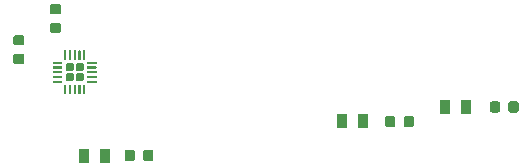
<source format=gbp>
G04 #@! TF.GenerationSoftware,KiCad,Pcbnew,(5.1.0)-1*
G04 #@! TF.CreationDate,2019-07-24T00:39:13-06:00*
G04 #@! TF.ProjectId,twinkletwinkie,7477696e-6b6c-4657-9477-696e6b69652e,rev?*
G04 #@! TF.SameCoordinates,PX89e92d0PY44794c0*
G04 #@! TF.FileFunction,Paste,Bot*
G04 #@! TF.FilePolarity,Positive*
%FSLAX46Y46*%
G04 Gerber Fmt 4.6, Leading zero omitted, Abs format (unit mm)*
G04 Created by KiCad (PCBNEW (5.1.0)-1) date 2019-07-24 00:39:13*
%MOMM*%
%LPD*%
G04 APERTURE LIST*
%ADD10C,0.100000*%
%ADD11C,0.875000*%
%ADD12R,0.889000X1.270000*%
%ADD13C,0.143431*%
%ADD14C,0.200000*%
%ADD15C,0.690000*%
G04 APERTURE END LIST*
D10*
G36*
X-12802309Y2348947D02*
G01*
X-12781074Y2345797D01*
X-12760250Y2340581D01*
X-12740038Y2333349D01*
X-12720632Y2324170D01*
X-12702219Y2313134D01*
X-12684976Y2300346D01*
X-12669070Y2285930D01*
X-12654654Y2270024D01*
X-12641866Y2252781D01*
X-12630830Y2234368D01*
X-12621651Y2214962D01*
X-12614419Y2194750D01*
X-12609203Y2173926D01*
X-12606053Y2152691D01*
X-12605000Y2131250D01*
X-12605000Y1693750D01*
X-12606053Y1672309D01*
X-12609203Y1651074D01*
X-12614419Y1630250D01*
X-12621651Y1610038D01*
X-12630830Y1590632D01*
X-12641866Y1572219D01*
X-12654654Y1554976D01*
X-12669070Y1539070D01*
X-12684976Y1524654D01*
X-12702219Y1511866D01*
X-12720632Y1500830D01*
X-12740038Y1491651D01*
X-12760250Y1484419D01*
X-12781074Y1479203D01*
X-12802309Y1476053D01*
X-12823750Y1475000D01*
X-13336250Y1475000D01*
X-13357691Y1476053D01*
X-13378926Y1479203D01*
X-13399750Y1484419D01*
X-13419962Y1491651D01*
X-13439368Y1500830D01*
X-13457781Y1511866D01*
X-13475024Y1524654D01*
X-13490930Y1539070D01*
X-13505346Y1554976D01*
X-13518134Y1572219D01*
X-13529170Y1590632D01*
X-13538349Y1610038D01*
X-13545581Y1630250D01*
X-13550797Y1651074D01*
X-13553947Y1672309D01*
X-13555000Y1693750D01*
X-13555000Y2131250D01*
X-13553947Y2152691D01*
X-13550797Y2173926D01*
X-13545581Y2194750D01*
X-13538349Y2214962D01*
X-13529170Y2234368D01*
X-13518134Y2252781D01*
X-13505346Y2270024D01*
X-13490930Y2285930D01*
X-13475024Y2300346D01*
X-13457781Y2313134D01*
X-13439368Y2324170D01*
X-13419962Y2333349D01*
X-13399750Y2340581D01*
X-13378926Y2345797D01*
X-13357691Y2348947D01*
X-13336250Y2350000D01*
X-12823750Y2350000D01*
X-12802309Y2348947D01*
X-12802309Y2348947D01*
G37*
D11*
X-13080000Y1912500D03*
D10*
G36*
X-12802309Y3923947D02*
G01*
X-12781074Y3920797D01*
X-12760250Y3915581D01*
X-12740038Y3908349D01*
X-12720632Y3899170D01*
X-12702219Y3888134D01*
X-12684976Y3875346D01*
X-12669070Y3860930D01*
X-12654654Y3845024D01*
X-12641866Y3827781D01*
X-12630830Y3809368D01*
X-12621651Y3789962D01*
X-12614419Y3769750D01*
X-12609203Y3748926D01*
X-12606053Y3727691D01*
X-12605000Y3706250D01*
X-12605000Y3268750D01*
X-12606053Y3247309D01*
X-12609203Y3226074D01*
X-12614419Y3205250D01*
X-12621651Y3185038D01*
X-12630830Y3165632D01*
X-12641866Y3147219D01*
X-12654654Y3129976D01*
X-12669070Y3114070D01*
X-12684976Y3099654D01*
X-12702219Y3086866D01*
X-12720632Y3075830D01*
X-12740038Y3066651D01*
X-12760250Y3059419D01*
X-12781074Y3054203D01*
X-12802309Y3051053D01*
X-12823750Y3050000D01*
X-13336250Y3050000D01*
X-13357691Y3051053D01*
X-13378926Y3054203D01*
X-13399750Y3059419D01*
X-13419962Y3066651D01*
X-13439368Y3075830D01*
X-13457781Y3086866D01*
X-13475024Y3099654D01*
X-13490930Y3114070D01*
X-13505346Y3129976D01*
X-13518134Y3147219D01*
X-13529170Y3165632D01*
X-13538349Y3185038D01*
X-13545581Y3205250D01*
X-13550797Y3226074D01*
X-13553947Y3247309D01*
X-13555000Y3268750D01*
X-13555000Y3706250D01*
X-13553947Y3727691D01*
X-13550797Y3748926D01*
X-13545581Y3769750D01*
X-13538349Y3789962D01*
X-13529170Y3809368D01*
X-13518134Y3827781D01*
X-13505346Y3845024D01*
X-13490930Y3860930D01*
X-13475024Y3875346D01*
X-13457781Y3888134D01*
X-13439368Y3899170D01*
X-13419962Y3908349D01*
X-13399750Y3915581D01*
X-13378926Y3920797D01*
X-13357691Y3923947D01*
X-13336250Y3925000D01*
X-12823750Y3925000D01*
X-12802309Y3923947D01*
X-12802309Y3923947D01*
G37*
D11*
X-13080000Y3487500D03*
D10*
G36*
X-6547309Y-8416053D02*
G01*
X-6526074Y-8419203D01*
X-6505250Y-8424419D01*
X-6485038Y-8431651D01*
X-6465632Y-8440830D01*
X-6447219Y-8451866D01*
X-6429976Y-8464654D01*
X-6414070Y-8479070D01*
X-6399654Y-8494976D01*
X-6386866Y-8512219D01*
X-6375830Y-8530632D01*
X-6366651Y-8550038D01*
X-6359419Y-8570250D01*
X-6354203Y-8591074D01*
X-6351053Y-8612309D01*
X-6350000Y-8633750D01*
X-6350000Y-9146250D01*
X-6351053Y-9167691D01*
X-6354203Y-9188926D01*
X-6359419Y-9209750D01*
X-6366651Y-9229962D01*
X-6375830Y-9249368D01*
X-6386866Y-9267781D01*
X-6399654Y-9285024D01*
X-6414070Y-9300930D01*
X-6429976Y-9315346D01*
X-6447219Y-9328134D01*
X-6465632Y-9339170D01*
X-6485038Y-9348349D01*
X-6505250Y-9355581D01*
X-6526074Y-9360797D01*
X-6547309Y-9363947D01*
X-6568750Y-9365000D01*
X-7006250Y-9365000D01*
X-7027691Y-9363947D01*
X-7048926Y-9360797D01*
X-7069750Y-9355581D01*
X-7089962Y-9348349D01*
X-7109368Y-9339170D01*
X-7127781Y-9328134D01*
X-7145024Y-9315346D01*
X-7160930Y-9300930D01*
X-7175346Y-9285024D01*
X-7188134Y-9267781D01*
X-7199170Y-9249368D01*
X-7208349Y-9229962D01*
X-7215581Y-9209750D01*
X-7220797Y-9188926D01*
X-7223947Y-9167691D01*
X-7225000Y-9146250D01*
X-7225000Y-8633750D01*
X-7223947Y-8612309D01*
X-7220797Y-8591074D01*
X-7215581Y-8570250D01*
X-7208349Y-8550038D01*
X-7199170Y-8530632D01*
X-7188134Y-8512219D01*
X-7175346Y-8494976D01*
X-7160930Y-8479070D01*
X-7145024Y-8464654D01*
X-7127781Y-8451866D01*
X-7109368Y-8440830D01*
X-7089962Y-8431651D01*
X-7069750Y-8424419D01*
X-7048926Y-8419203D01*
X-7027691Y-8416053D01*
X-7006250Y-8415000D01*
X-6568750Y-8415000D01*
X-6547309Y-8416053D01*
X-6547309Y-8416053D01*
G37*
D11*
X-6787500Y-8890000D03*
D10*
G36*
X-4972309Y-8416053D02*
G01*
X-4951074Y-8419203D01*
X-4930250Y-8424419D01*
X-4910038Y-8431651D01*
X-4890632Y-8440830D01*
X-4872219Y-8451866D01*
X-4854976Y-8464654D01*
X-4839070Y-8479070D01*
X-4824654Y-8494976D01*
X-4811866Y-8512219D01*
X-4800830Y-8530632D01*
X-4791651Y-8550038D01*
X-4784419Y-8570250D01*
X-4779203Y-8591074D01*
X-4776053Y-8612309D01*
X-4775000Y-8633750D01*
X-4775000Y-9146250D01*
X-4776053Y-9167691D01*
X-4779203Y-9188926D01*
X-4784419Y-9209750D01*
X-4791651Y-9229962D01*
X-4800830Y-9249368D01*
X-4811866Y-9267781D01*
X-4824654Y-9285024D01*
X-4839070Y-9300930D01*
X-4854976Y-9315346D01*
X-4872219Y-9328134D01*
X-4890632Y-9339170D01*
X-4910038Y-9348349D01*
X-4930250Y-9355581D01*
X-4951074Y-9360797D01*
X-4972309Y-9363947D01*
X-4993750Y-9365000D01*
X-5431250Y-9365000D01*
X-5452691Y-9363947D01*
X-5473926Y-9360797D01*
X-5494750Y-9355581D01*
X-5514962Y-9348349D01*
X-5534368Y-9339170D01*
X-5552781Y-9328134D01*
X-5570024Y-9315346D01*
X-5585930Y-9300930D01*
X-5600346Y-9285024D01*
X-5613134Y-9267781D01*
X-5624170Y-9249368D01*
X-5633349Y-9229962D01*
X-5640581Y-9209750D01*
X-5645797Y-9188926D01*
X-5648947Y-9167691D01*
X-5650000Y-9146250D01*
X-5650000Y-8633750D01*
X-5648947Y-8612309D01*
X-5645797Y-8591074D01*
X-5640581Y-8570250D01*
X-5633349Y-8550038D01*
X-5624170Y-8530632D01*
X-5613134Y-8512219D01*
X-5600346Y-8494976D01*
X-5585930Y-8479070D01*
X-5570024Y-8464654D01*
X-5552781Y-8451866D01*
X-5534368Y-8440830D01*
X-5514962Y-8431651D01*
X-5494750Y-8424419D01*
X-5473926Y-8419203D01*
X-5452691Y-8416053D01*
X-5431250Y-8415000D01*
X-4993750Y-8415000D01*
X-4972309Y-8416053D01*
X-4972309Y-8416053D01*
G37*
D11*
X-5212500Y-8890000D03*
D12*
X11151000Y-6010000D03*
X12929000Y-6010000D03*
X-10659000Y-8890000D03*
X-8881000Y-8890000D03*
X19911000Y-4780000D03*
X21689000Y-4780000D03*
D13*
X-12240000Y-3290000D03*
D10*
G36*
X-12180245Y-2890961D02*
G01*
X-12170866Y-2893806D01*
X-12162221Y-2898427D01*
X-12154645Y-2904645D01*
X-12148427Y-2912221D01*
X-12143806Y-2920866D01*
X-12140961Y-2930245D01*
X-12140000Y-2940000D01*
X-12140000Y-3640000D01*
X-12140961Y-3649755D01*
X-12143806Y-3659134D01*
X-12148427Y-3667779D01*
X-12154645Y-3675355D01*
X-12162221Y-3681573D01*
X-12170866Y-3686194D01*
X-12180245Y-3689039D01*
X-12190000Y-3690000D01*
X-12290000Y-3690000D01*
X-12299755Y-3689039D01*
X-12309134Y-3686194D01*
X-12317779Y-3681573D01*
X-12325355Y-3675355D01*
X-12331573Y-3667779D01*
X-12336194Y-3659134D01*
X-12339039Y-3649755D01*
X-12340000Y-3640000D01*
X-12340000Y-2990711D01*
X-12339039Y-2980956D01*
X-12336194Y-2971577D01*
X-12331573Y-2962932D01*
X-12325355Y-2955356D01*
X-12274644Y-2904645D01*
X-12267068Y-2898427D01*
X-12258423Y-2893806D01*
X-12249044Y-2890961D01*
X-12239289Y-2890000D01*
X-12190000Y-2890000D01*
X-12180245Y-2890961D01*
X-12180245Y-2890961D01*
G37*
G36*
X-11785099Y-2890241D02*
G01*
X-11780245Y-2890961D01*
X-11775486Y-2892153D01*
X-11770866Y-2893806D01*
X-11766430Y-2895904D01*
X-11762221Y-2898427D01*
X-11758280Y-2901349D01*
X-11754645Y-2904645D01*
X-11751349Y-2908280D01*
X-11748427Y-2912221D01*
X-11745904Y-2916430D01*
X-11743806Y-2920866D01*
X-11742153Y-2925486D01*
X-11740961Y-2930245D01*
X-11740241Y-2935099D01*
X-11740000Y-2940000D01*
X-11740000Y-3640000D01*
X-11740241Y-3644901D01*
X-11740961Y-3649755D01*
X-11742153Y-3654514D01*
X-11743806Y-3659134D01*
X-11745904Y-3663570D01*
X-11748427Y-3667779D01*
X-11751349Y-3671720D01*
X-11754645Y-3675355D01*
X-11758280Y-3678651D01*
X-11762221Y-3681573D01*
X-11766430Y-3684096D01*
X-11770866Y-3686194D01*
X-11775486Y-3687847D01*
X-11780245Y-3689039D01*
X-11785099Y-3689759D01*
X-11790000Y-3690000D01*
X-11890000Y-3690000D01*
X-11894901Y-3689759D01*
X-11899755Y-3689039D01*
X-11904514Y-3687847D01*
X-11909134Y-3686194D01*
X-11913570Y-3684096D01*
X-11917779Y-3681573D01*
X-11921720Y-3678651D01*
X-11925355Y-3675355D01*
X-11928651Y-3671720D01*
X-11931573Y-3667779D01*
X-11934096Y-3663570D01*
X-11936194Y-3659134D01*
X-11937847Y-3654514D01*
X-11939039Y-3649755D01*
X-11939759Y-3644901D01*
X-11940000Y-3640000D01*
X-11940000Y-2940000D01*
X-11939759Y-2935099D01*
X-11939039Y-2930245D01*
X-11937847Y-2925486D01*
X-11936194Y-2920866D01*
X-11934096Y-2916430D01*
X-11931573Y-2912221D01*
X-11928651Y-2908280D01*
X-11925355Y-2904645D01*
X-11921720Y-2901349D01*
X-11917779Y-2898427D01*
X-11913570Y-2895904D01*
X-11909134Y-2893806D01*
X-11904514Y-2892153D01*
X-11899755Y-2890961D01*
X-11894901Y-2890241D01*
X-11890000Y-2890000D01*
X-11790000Y-2890000D01*
X-11785099Y-2890241D01*
X-11785099Y-2890241D01*
G37*
D14*
X-11840000Y-3290000D03*
D10*
G36*
X-11385099Y-2890241D02*
G01*
X-11380245Y-2890961D01*
X-11375486Y-2892153D01*
X-11370866Y-2893806D01*
X-11366430Y-2895904D01*
X-11362221Y-2898427D01*
X-11358280Y-2901349D01*
X-11354645Y-2904645D01*
X-11351349Y-2908280D01*
X-11348427Y-2912221D01*
X-11345904Y-2916430D01*
X-11343806Y-2920866D01*
X-11342153Y-2925486D01*
X-11340961Y-2930245D01*
X-11340241Y-2935099D01*
X-11340000Y-2940000D01*
X-11340000Y-3640000D01*
X-11340241Y-3644901D01*
X-11340961Y-3649755D01*
X-11342153Y-3654514D01*
X-11343806Y-3659134D01*
X-11345904Y-3663570D01*
X-11348427Y-3667779D01*
X-11351349Y-3671720D01*
X-11354645Y-3675355D01*
X-11358280Y-3678651D01*
X-11362221Y-3681573D01*
X-11366430Y-3684096D01*
X-11370866Y-3686194D01*
X-11375486Y-3687847D01*
X-11380245Y-3689039D01*
X-11385099Y-3689759D01*
X-11390000Y-3690000D01*
X-11490000Y-3690000D01*
X-11494901Y-3689759D01*
X-11499755Y-3689039D01*
X-11504514Y-3687847D01*
X-11509134Y-3686194D01*
X-11513570Y-3684096D01*
X-11517779Y-3681573D01*
X-11521720Y-3678651D01*
X-11525355Y-3675355D01*
X-11528651Y-3671720D01*
X-11531573Y-3667779D01*
X-11534096Y-3663570D01*
X-11536194Y-3659134D01*
X-11537847Y-3654514D01*
X-11539039Y-3649755D01*
X-11539759Y-3644901D01*
X-11540000Y-3640000D01*
X-11540000Y-2940000D01*
X-11539759Y-2935099D01*
X-11539039Y-2930245D01*
X-11537847Y-2925486D01*
X-11536194Y-2920866D01*
X-11534096Y-2916430D01*
X-11531573Y-2912221D01*
X-11528651Y-2908280D01*
X-11525355Y-2904645D01*
X-11521720Y-2901349D01*
X-11517779Y-2898427D01*
X-11513570Y-2895904D01*
X-11509134Y-2893806D01*
X-11504514Y-2892153D01*
X-11499755Y-2890961D01*
X-11494901Y-2890241D01*
X-11490000Y-2890000D01*
X-11390000Y-2890000D01*
X-11385099Y-2890241D01*
X-11385099Y-2890241D01*
G37*
D14*
X-11440000Y-3290000D03*
D10*
G36*
X-10985099Y-2890241D02*
G01*
X-10980245Y-2890961D01*
X-10975486Y-2892153D01*
X-10970866Y-2893806D01*
X-10966430Y-2895904D01*
X-10962221Y-2898427D01*
X-10958280Y-2901349D01*
X-10954645Y-2904645D01*
X-10951349Y-2908280D01*
X-10948427Y-2912221D01*
X-10945904Y-2916430D01*
X-10943806Y-2920866D01*
X-10942153Y-2925486D01*
X-10940961Y-2930245D01*
X-10940241Y-2935099D01*
X-10940000Y-2940000D01*
X-10940000Y-3640000D01*
X-10940241Y-3644901D01*
X-10940961Y-3649755D01*
X-10942153Y-3654514D01*
X-10943806Y-3659134D01*
X-10945904Y-3663570D01*
X-10948427Y-3667779D01*
X-10951349Y-3671720D01*
X-10954645Y-3675355D01*
X-10958280Y-3678651D01*
X-10962221Y-3681573D01*
X-10966430Y-3684096D01*
X-10970866Y-3686194D01*
X-10975486Y-3687847D01*
X-10980245Y-3689039D01*
X-10985099Y-3689759D01*
X-10990000Y-3690000D01*
X-11090000Y-3690000D01*
X-11094901Y-3689759D01*
X-11099755Y-3689039D01*
X-11104514Y-3687847D01*
X-11109134Y-3686194D01*
X-11113570Y-3684096D01*
X-11117779Y-3681573D01*
X-11121720Y-3678651D01*
X-11125355Y-3675355D01*
X-11128651Y-3671720D01*
X-11131573Y-3667779D01*
X-11134096Y-3663570D01*
X-11136194Y-3659134D01*
X-11137847Y-3654514D01*
X-11139039Y-3649755D01*
X-11139759Y-3644901D01*
X-11140000Y-3640000D01*
X-11140000Y-2940000D01*
X-11139759Y-2935099D01*
X-11139039Y-2930245D01*
X-11137847Y-2925486D01*
X-11136194Y-2920866D01*
X-11134096Y-2916430D01*
X-11131573Y-2912221D01*
X-11128651Y-2908280D01*
X-11125355Y-2904645D01*
X-11121720Y-2901349D01*
X-11117779Y-2898427D01*
X-11113570Y-2895904D01*
X-11109134Y-2893806D01*
X-11104514Y-2892153D01*
X-11099755Y-2890961D01*
X-11094901Y-2890241D01*
X-11090000Y-2890000D01*
X-10990000Y-2890000D01*
X-10985099Y-2890241D01*
X-10985099Y-2890241D01*
G37*
D14*
X-11040000Y-3290000D03*
D13*
X-10640000Y-3290000D03*
D10*
G36*
X-10630956Y-2890961D02*
G01*
X-10621577Y-2893806D01*
X-10612932Y-2898427D01*
X-10605356Y-2904645D01*
X-10554645Y-2955356D01*
X-10548427Y-2962932D01*
X-10543806Y-2971577D01*
X-10540961Y-2980956D01*
X-10540000Y-2990711D01*
X-10540000Y-3640000D01*
X-10540961Y-3649755D01*
X-10543806Y-3659134D01*
X-10548427Y-3667779D01*
X-10554645Y-3675355D01*
X-10562221Y-3681573D01*
X-10570866Y-3686194D01*
X-10580245Y-3689039D01*
X-10590000Y-3690000D01*
X-10690000Y-3690000D01*
X-10699755Y-3689039D01*
X-10709134Y-3686194D01*
X-10717779Y-3681573D01*
X-10725355Y-3675355D01*
X-10731573Y-3667779D01*
X-10736194Y-3659134D01*
X-10739039Y-3649755D01*
X-10740000Y-3640000D01*
X-10740000Y-2940000D01*
X-10739039Y-2930245D01*
X-10736194Y-2920866D01*
X-10731573Y-2912221D01*
X-10725355Y-2904645D01*
X-10717779Y-2898427D01*
X-10709134Y-2893806D01*
X-10699755Y-2890961D01*
X-10690000Y-2890000D01*
X-10640711Y-2890000D01*
X-10630956Y-2890961D01*
X-10630956Y-2890961D01*
G37*
D13*
X-9990000Y-2640000D03*
D10*
G36*
X-9630245Y-2540961D02*
G01*
X-9620866Y-2543806D01*
X-9612221Y-2548427D01*
X-9604645Y-2554645D01*
X-9598427Y-2562221D01*
X-9593806Y-2570866D01*
X-9590961Y-2580245D01*
X-9590000Y-2590000D01*
X-9590000Y-2690000D01*
X-9590961Y-2699755D01*
X-9593806Y-2709134D01*
X-9598427Y-2717779D01*
X-9604645Y-2725355D01*
X-9612221Y-2731573D01*
X-9620866Y-2736194D01*
X-9630245Y-2739039D01*
X-9640000Y-2740000D01*
X-10289289Y-2740000D01*
X-10299044Y-2739039D01*
X-10308423Y-2736194D01*
X-10317068Y-2731573D01*
X-10324644Y-2725355D01*
X-10375355Y-2674644D01*
X-10381573Y-2667068D01*
X-10386194Y-2658423D01*
X-10389039Y-2649044D01*
X-10390000Y-2639289D01*
X-10390000Y-2590000D01*
X-10389039Y-2580245D01*
X-10386194Y-2570866D01*
X-10381573Y-2562221D01*
X-10375355Y-2554645D01*
X-10367779Y-2548427D01*
X-10359134Y-2543806D01*
X-10349755Y-2540961D01*
X-10340000Y-2540000D01*
X-9640000Y-2540000D01*
X-9630245Y-2540961D01*
X-9630245Y-2540961D01*
G37*
G36*
X-9635099Y-2140241D02*
G01*
X-9630245Y-2140961D01*
X-9625486Y-2142153D01*
X-9620866Y-2143806D01*
X-9616430Y-2145904D01*
X-9612221Y-2148427D01*
X-9608280Y-2151349D01*
X-9604645Y-2154645D01*
X-9601349Y-2158280D01*
X-9598427Y-2162221D01*
X-9595904Y-2166430D01*
X-9593806Y-2170866D01*
X-9592153Y-2175486D01*
X-9590961Y-2180245D01*
X-9590241Y-2185099D01*
X-9590000Y-2190000D01*
X-9590000Y-2290000D01*
X-9590241Y-2294901D01*
X-9590961Y-2299755D01*
X-9592153Y-2304514D01*
X-9593806Y-2309134D01*
X-9595904Y-2313570D01*
X-9598427Y-2317779D01*
X-9601349Y-2321720D01*
X-9604645Y-2325355D01*
X-9608280Y-2328651D01*
X-9612221Y-2331573D01*
X-9616430Y-2334096D01*
X-9620866Y-2336194D01*
X-9625486Y-2337847D01*
X-9630245Y-2339039D01*
X-9635099Y-2339759D01*
X-9640000Y-2340000D01*
X-10340000Y-2340000D01*
X-10344901Y-2339759D01*
X-10349755Y-2339039D01*
X-10354514Y-2337847D01*
X-10359134Y-2336194D01*
X-10363570Y-2334096D01*
X-10367779Y-2331573D01*
X-10371720Y-2328651D01*
X-10375355Y-2325355D01*
X-10378651Y-2321720D01*
X-10381573Y-2317779D01*
X-10384096Y-2313570D01*
X-10386194Y-2309134D01*
X-10387847Y-2304514D01*
X-10389039Y-2299755D01*
X-10389759Y-2294901D01*
X-10390000Y-2290000D01*
X-10390000Y-2190000D01*
X-10389759Y-2185099D01*
X-10389039Y-2180245D01*
X-10387847Y-2175486D01*
X-10386194Y-2170866D01*
X-10384096Y-2166430D01*
X-10381573Y-2162221D01*
X-10378651Y-2158280D01*
X-10375355Y-2154645D01*
X-10371720Y-2151349D01*
X-10367779Y-2148427D01*
X-10363570Y-2145904D01*
X-10359134Y-2143806D01*
X-10354514Y-2142153D01*
X-10349755Y-2140961D01*
X-10344901Y-2140241D01*
X-10340000Y-2140000D01*
X-9640000Y-2140000D01*
X-9635099Y-2140241D01*
X-9635099Y-2140241D01*
G37*
D14*
X-9990000Y-2240000D03*
D10*
G36*
X-9635099Y-1740241D02*
G01*
X-9630245Y-1740961D01*
X-9625486Y-1742153D01*
X-9620866Y-1743806D01*
X-9616430Y-1745904D01*
X-9612221Y-1748427D01*
X-9608280Y-1751349D01*
X-9604645Y-1754645D01*
X-9601349Y-1758280D01*
X-9598427Y-1762221D01*
X-9595904Y-1766430D01*
X-9593806Y-1770866D01*
X-9592153Y-1775486D01*
X-9590961Y-1780245D01*
X-9590241Y-1785099D01*
X-9590000Y-1790000D01*
X-9590000Y-1890000D01*
X-9590241Y-1894901D01*
X-9590961Y-1899755D01*
X-9592153Y-1904514D01*
X-9593806Y-1909134D01*
X-9595904Y-1913570D01*
X-9598427Y-1917779D01*
X-9601349Y-1921720D01*
X-9604645Y-1925355D01*
X-9608280Y-1928651D01*
X-9612221Y-1931573D01*
X-9616430Y-1934096D01*
X-9620866Y-1936194D01*
X-9625486Y-1937847D01*
X-9630245Y-1939039D01*
X-9635099Y-1939759D01*
X-9640000Y-1940000D01*
X-10340000Y-1940000D01*
X-10344901Y-1939759D01*
X-10349755Y-1939039D01*
X-10354514Y-1937847D01*
X-10359134Y-1936194D01*
X-10363570Y-1934096D01*
X-10367779Y-1931573D01*
X-10371720Y-1928651D01*
X-10375355Y-1925355D01*
X-10378651Y-1921720D01*
X-10381573Y-1917779D01*
X-10384096Y-1913570D01*
X-10386194Y-1909134D01*
X-10387847Y-1904514D01*
X-10389039Y-1899755D01*
X-10389759Y-1894901D01*
X-10390000Y-1890000D01*
X-10390000Y-1790000D01*
X-10389759Y-1785099D01*
X-10389039Y-1780245D01*
X-10387847Y-1775486D01*
X-10386194Y-1770866D01*
X-10384096Y-1766430D01*
X-10381573Y-1762221D01*
X-10378651Y-1758280D01*
X-10375355Y-1754645D01*
X-10371720Y-1751349D01*
X-10367779Y-1748427D01*
X-10363570Y-1745904D01*
X-10359134Y-1743806D01*
X-10354514Y-1742153D01*
X-10349755Y-1740961D01*
X-10344901Y-1740241D01*
X-10340000Y-1740000D01*
X-9640000Y-1740000D01*
X-9635099Y-1740241D01*
X-9635099Y-1740241D01*
G37*
D14*
X-9990000Y-1840000D03*
D10*
G36*
X-9635099Y-1340241D02*
G01*
X-9630245Y-1340961D01*
X-9625486Y-1342153D01*
X-9620866Y-1343806D01*
X-9616430Y-1345904D01*
X-9612221Y-1348427D01*
X-9608280Y-1351349D01*
X-9604645Y-1354645D01*
X-9601349Y-1358280D01*
X-9598427Y-1362221D01*
X-9595904Y-1366430D01*
X-9593806Y-1370866D01*
X-9592153Y-1375486D01*
X-9590961Y-1380245D01*
X-9590241Y-1385099D01*
X-9590000Y-1390000D01*
X-9590000Y-1490000D01*
X-9590241Y-1494901D01*
X-9590961Y-1499755D01*
X-9592153Y-1504514D01*
X-9593806Y-1509134D01*
X-9595904Y-1513570D01*
X-9598427Y-1517779D01*
X-9601349Y-1521720D01*
X-9604645Y-1525355D01*
X-9608280Y-1528651D01*
X-9612221Y-1531573D01*
X-9616430Y-1534096D01*
X-9620866Y-1536194D01*
X-9625486Y-1537847D01*
X-9630245Y-1539039D01*
X-9635099Y-1539759D01*
X-9640000Y-1540000D01*
X-10340000Y-1540000D01*
X-10344901Y-1539759D01*
X-10349755Y-1539039D01*
X-10354514Y-1537847D01*
X-10359134Y-1536194D01*
X-10363570Y-1534096D01*
X-10367779Y-1531573D01*
X-10371720Y-1528651D01*
X-10375355Y-1525355D01*
X-10378651Y-1521720D01*
X-10381573Y-1517779D01*
X-10384096Y-1513570D01*
X-10386194Y-1509134D01*
X-10387847Y-1504514D01*
X-10389039Y-1499755D01*
X-10389759Y-1494901D01*
X-10390000Y-1490000D01*
X-10390000Y-1390000D01*
X-10389759Y-1385099D01*
X-10389039Y-1380245D01*
X-10387847Y-1375486D01*
X-10386194Y-1370866D01*
X-10384096Y-1366430D01*
X-10381573Y-1362221D01*
X-10378651Y-1358280D01*
X-10375355Y-1354645D01*
X-10371720Y-1351349D01*
X-10367779Y-1348427D01*
X-10363570Y-1345904D01*
X-10359134Y-1343806D01*
X-10354514Y-1342153D01*
X-10349755Y-1340961D01*
X-10344901Y-1340241D01*
X-10340000Y-1340000D01*
X-9640000Y-1340000D01*
X-9635099Y-1340241D01*
X-9635099Y-1340241D01*
G37*
D14*
X-9990000Y-1440000D03*
D13*
X-9990000Y-1040000D03*
D10*
G36*
X-9630245Y-940961D02*
G01*
X-9620866Y-943806D01*
X-9612221Y-948427D01*
X-9604645Y-954645D01*
X-9598427Y-962221D01*
X-9593806Y-970866D01*
X-9590961Y-980245D01*
X-9590000Y-990000D01*
X-9590000Y-1090000D01*
X-9590961Y-1099755D01*
X-9593806Y-1109134D01*
X-9598427Y-1117779D01*
X-9604645Y-1125355D01*
X-9612221Y-1131573D01*
X-9620866Y-1136194D01*
X-9630245Y-1139039D01*
X-9640000Y-1140000D01*
X-10340000Y-1140000D01*
X-10349755Y-1139039D01*
X-10359134Y-1136194D01*
X-10367779Y-1131573D01*
X-10375355Y-1125355D01*
X-10381573Y-1117779D01*
X-10386194Y-1109134D01*
X-10389039Y-1099755D01*
X-10390000Y-1090000D01*
X-10390000Y-1040711D01*
X-10389039Y-1030956D01*
X-10386194Y-1021577D01*
X-10381573Y-1012932D01*
X-10375355Y-1005356D01*
X-10324644Y-954645D01*
X-10317068Y-948427D01*
X-10308423Y-943806D01*
X-10299044Y-940961D01*
X-10289289Y-940000D01*
X-9640000Y-940000D01*
X-9630245Y-940961D01*
X-9630245Y-940961D01*
G37*
D13*
X-10640000Y-390000D03*
D10*
G36*
X-10580245Y9039D02*
G01*
X-10570866Y6194D01*
X-10562221Y1573D01*
X-10554645Y-4645D01*
X-10548427Y-12221D01*
X-10543806Y-20866D01*
X-10540961Y-30245D01*
X-10540000Y-40000D01*
X-10540000Y-689289D01*
X-10540961Y-699044D01*
X-10543806Y-708423D01*
X-10548427Y-717068D01*
X-10554645Y-724644D01*
X-10605356Y-775355D01*
X-10612932Y-781573D01*
X-10621577Y-786194D01*
X-10630956Y-789039D01*
X-10640711Y-790000D01*
X-10690000Y-790000D01*
X-10699755Y-789039D01*
X-10709134Y-786194D01*
X-10717779Y-781573D01*
X-10725355Y-775355D01*
X-10731573Y-767779D01*
X-10736194Y-759134D01*
X-10739039Y-749755D01*
X-10740000Y-740000D01*
X-10740000Y-40000D01*
X-10739039Y-30245D01*
X-10736194Y-20866D01*
X-10731573Y-12221D01*
X-10725355Y-4645D01*
X-10717779Y1573D01*
X-10709134Y6194D01*
X-10699755Y9039D01*
X-10690000Y10000D01*
X-10590000Y10000D01*
X-10580245Y9039D01*
X-10580245Y9039D01*
G37*
G36*
X-10985099Y9759D02*
G01*
X-10980245Y9039D01*
X-10975486Y7847D01*
X-10970866Y6194D01*
X-10966430Y4096D01*
X-10962221Y1573D01*
X-10958280Y-1349D01*
X-10954645Y-4645D01*
X-10951349Y-8280D01*
X-10948427Y-12221D01*
X-10945904Y-16430D01*
X-10943806Y-20866D01*
X-10942153Y-25486D01*
X-10940961Y-30245D01*
X-10940241Y-35099D01*
X-10940000Y-40000D01*
X-10940000Y-740000D01*
X-10940241Y-744901D01*
X-10940961Y-749755D01*
X-10942153Y-754514D01*
X-10943806Y-759134D01*
X-10945904Y-763570D01*
X-10948427Y-767779D01*
X-10951349Y-771720D01*
X-10954645Y-775355D01*
X-10958280Y-778651D01*
X-10962221Y-781573D01*
X-10966430Y-784096D01*
X-10970866Y-786194D01*
X-10975486Y-787847D01*
X-10980245Y-789039D01*
X-10985099Y-789759D01*
X-10990000Y-790000D01*
X-11090000Y-790000D01*
X-11094901Y-789759D01*
X-11099755Y-789039D01*
X-11104514Y-787847D01*
X-11109134Y-786194D01*
X-11113570Y-784096D01*
X-11117779Y-781573D01*
X-11121720Y-778651D01*
X-11125355Y-775355D01*
X-11128651Y-771720D01*
X-11131573Y-767779D01*
X-11134096Y-763570D01*
X-11136194Y-759134D01*
X-11137847Y-754514D01*
X-11139039Y-749755D01*
X-11139759Y-744901D01*
X-11140000Y-740000D01*
X-11140000Y-40000D01*
X-11139759Y-35099D01*
X-11139039Y-30245D01*
X-11137847Y-25486D01*
X-11136194Y-20866D01*
X-11134096Y-16430D01*
X-11131573Y-12221D01*
X-11128651Y-8280D01*
X-11125355Y-4645D01*
X-11121720Y-1349D01*
X-11117779Y1573D01*
X-11113570Y4096D01*
X-11109134Y6194D01*
X-11104514Y7847D01*
X-11099755Y9039D01*
X-11094901Y9759D01*
X-11090000Y10000D01*
X-10990000Y10000D01*
X-10985099Y9759D01*
X-10985099Y9759D01*
G37*
D14*
X-11040000Y-390000D03*
D10*
G36*
X-11385099Y9759D02*
G01*
X-11380245Y9039D01*
X-11375486Y7847D01*
X-11370866Y6194D01*
X-11366430Y4096D01*
X-11362221Y1573D01*
X-11358280Y-1349D01*
X-11354645Y-4645D01*
X-11351349Y-8280D01*
X-11348427Y-12221D01*
X-11345904Y-16430D01*
X-11343806Y-20866D01*
X-11342153Y-25486D01*
X-11340961Y-30245D01*
X-11340241Y-35099D01*
X-11340000Y-40000D01*
X-11340000Y-740000D01*
X-11340241Y-744901D01*
X-11340961Y-749755D01*
X-11342153Y-754514D01*
X-11343806Y-759134D01*
X-11345904Y-763570D01*
X-11348427Y-767779D01*
X-11351349Y-771720D01*
X-11354645Y-775355D01*
X-11358280Y-778651D01*
X-11362221Y-781573D01*
X-11366430Y-784096D01*
X-11370866Y-786194D01*
X-11375486Y-787847D01*
X-11380245Y-789039D01*
X-11385099Y-789759D01*
X-11390000Y-790000D01*
X-11490000Y-790000D01*
X-11494901Y-789759D01*
X-11499755Y-789039D01*
X-11504514Y-787847D01*
X-11509134Y-786194D01*
X-11513570Y-784096D01*
X-11517779Y-781573D01*
X-11521720Y-778651D01*
X-11525355Y-775355D01*
X-11528651Y-771720D01*
X-11531573Y-767779D01*
X-11534096Y-763570D01*
X-11536194Y-759134D01*
X-11537847Y-754514D01*
X-11539039Y-749755D01*
X-11539759Y-744901D01*
X-11540000Y-740000D01*
X-11540000Y-40000D01*
X-11539759Y-35099D01*
X-11539039Y-30245D01*
X-11537847Y-25486D01*
X-11536194Y-20866D01*
X-11534096Y-16430D01*
X-11531573Y-12221D01*
X-11528651Y-8280D01*
X-11525355Y-4645D01*
X-11521720Y-1349D01*
X-11517779Y1573D01*
X-11513570Y4096D01*
X-11509134Y6194D01*
X-11504514Y7847D01*
X-11499755Y9039D01*
X-11494901Y9759D01*
X-11490000Y10000D01*
X-11390000Y10000D01*
X-11385099Y9759D01*
X-11385099Y9759D01*
G37*
D14*
X-11440000Y-390000D03*
D10*
G36*
X-11785099Y9759D02*
G01*
X-11780245Y9039D01*
X-11775486Y7847D01*
X-11770866Y6194D01*
X-11766430Y4096D01*
X-11762221Y1573D01*
X-11758280Y-1349D01*
X-11754645Y-4645D01*
X-11751349Y-8280D01*
X-11748427Y-12221D01*
X-11745904Y-16430D01*
X-11743806Y-20866D01*
X-11742153Y-25486D01*
X-11740961Y-30245D01*
X-11740241Y-35099D01*
X-11740000Y-40000D01*
X-11740000Y-740000D01*
X-11740241Y-744901D01*
X-11740961Y-749755D01*
X-11742153Y-754514D01*
X-11743806Y-759134D01*
X-11745904Y-763570D01*
X-11748427Y-767779D01*
X-11751349Y-771720D01*
X-11754645Y-775355D01*
X-11758280Y-778651D01*
X-11762221Y-781573D01*
X-11766430Y-784096D01*
X-11770866Y-786194D01*
X-11775486Y-787847D01*
X-11780245Y-789039D01*
X-11785099Y-789759D01*
X-11790000Y-790000D01*
X-11890000Y-790000D01*
X-11894901Y-789759D01*
X-11899755Y-789039D01*
X-11904514Y-787847D01*
X-11909134Y-786194D01*
X-11913570Y-784096D01*
X-11917779Y-781573D01*
X-11921720Y-778651D01*
X-11925355Y-775355D01*
X-11928651Y-771720D01*
X-11931573Y-767779D01*
X-11934096Y-763570D01*
X-11936194Y-759134D01*
X-11937847Y-754514D01*
X-11939039Y-749755D01*
X-11939759Y-744901D01*
X-11940000Y-740000D01*
X-11940000Y-40000D01*
X-11939759Y-35099D01*
X-11939039Y-30245D01*
X-11937847Y-25486D01*
X-11936194Y-20866D01*
X-11934096Y-16430D01*
X-11931573Y-12221D01*
X-11928651Y-8280D01*
X-11925355Y-4645D01*
X-11921720Y-1349D01*
X-11917779Y1573D01*
X-11913570Y4096D01*
X-11909134Y6194D01*
X-11904514Y7847D01*
X-11899755Y9039D01*
X-11894901Y9759D01*
X-11890000Y10000D01*
X-11790000Y10000D01*
X-11785099Y9759D01*
X-11785099Y9759D01*
G37*
D14*
X-11840000Y-390000D03*
D13*
X-12240000Y-390000D03*
D10*
G36*
X-12180245Y9039D02*
G01*
X-12170866Y6194D01*
X-12162221Y1573D01*
X-12154645Y-4645D01*
X-12148427Y-12221D01*
X-12143806Y-20866D01*
X-12140961Y-30245D01*
X-12140000Y-40000D01*
X-12140000Y-740000D01*
X-12140961Y-749755D01*
X-12143806Y-759134D01*
X-12148427Y-767779D01*
X-12154645Y-775355D01*
X-12162221Y-781573D01*
X-12170866Y-786194D01*
X-12180245Y-789039D01*
X-12190000Y-790000D01*
X-12239289Y-790000D01*
X-12249044Y-789039D01*
X-12258423Y-786194D01*
X-12267068Y-781573D01*
X-12274644Y-775355D01*
X-12325355Y-724644D01*
X-12331573Y-717068D01*
X-12336194Y-708423D01*
X-12339039Y-699044D01*
X-12340000Y-689289D01*
X-12340000Y-40000D01*
X-12339039Y-30245D01*
X-12336194Y-20866D01*
X-12331573Y-12221D01*
X-12325355Y-4645D01*
X-12317779Y1573D01*
X-12309134Y6194D01*
X-12299755Y9039D01*
X-12290000Y10000D01*
X-12190000Y10000D01*
X-12180245Y9039D01*
X-12180245Y9039D01*
G37*
D13*
X-12890000Y-1040000D03*
D10*
G36*
X-12580956Y-940961D02*
G01*
X-12571577Y-943806D01*
X-12562932Y-948427D01*
X-12555356Y-954645D01*
X-12504645Y-1005356D01*
X-12498427Y-1012932D01*
X-12493806Y-1021577D01*
X-12490961Y-1030956D01*
X-12490000Y-1040711D01*
X-12490000Y-1090000D01*
X-12490961Y-1099755D01*
X-12493806Y-1109134D01*
X-12498427Y-1117779D01*
X-12504645Y-1125355D01*
X-12512221Y-1131573D01*
X-12520866Y-1136194D01*
X-12530245Y-1139039D01*
X-12540000Y-1140000D01*
X-13240000Y-1140000D01*
X-13249755Y-1139039D01*
X-13259134Y-1136194D01*
X-13267779Y-1131573D01*
X-13275355Y-1125355D01*
X-13281573Y-1117779D01*
X-13286194Y-1109134D01*
X-13289039Y-1099755D01*
X-13290000Y-1090000D01*
X-13290000Y-990000D01*
X-13289039Y-980245D01*
X-13286194Y-970866D01*
X-13281573Y-962221D01*
X-13275355Y-954645D01*
X-13267779Y-948427D01*
X-13259134Y-943806D01*
X-13249755Y-940961D01*
X-13240000Y-940000D01*
X-12590711Y-940000D01*
X-12580956Y-940961D01*
X-12580956Y-940961D01*
G37*
G36*
X-12535099Y-1340241D02*
G01*
X-12530245Y-1340961D01*
X-12525486Y-1342153D01*
X-12520866Y-1343806D01*
X-12516430Y-1345904D01*
X-12512221Y-1348427D01*
X-12508280Y-1351349D01*
X-12504645Y-1354645D01*
X-12501349Y-1358280D01*
X-12498427Y-1362221D01*
X-12495904Y-1366430D01*
X-12493806Y-1370866D01*
X-12492153Y-1375486D01*
X-12490961Y-1380245D01*
X-12490241Y-1385099D01*
X-12490000Y-1390000D01*
X-12490000Y-1490000D01*
X-12490241Y-1494901D01*
X-12490961Y-1499755D01*
X-12492153Y-1504514D01*
X-12493806Y-1509134D01*
X-12495904Y-1513570D01*
X-12498427Y-1517779D01*
X-12501349Y-1521720D01*
X-12504645Y-1525355D01*
X-12508280Y-1528651D01*
X-12512221Y-1531573D01*
X-12516430Y-1534096D01*
X-12520866Y-1536194D01*
X-12525486Y-1537847D01*
X-12530245Y-1539039D01*
X-12535099Y-1539759D01*
X-12540000Y-1540000D01*
X-13240000Y-1540000D01*
X-13244901Y-1539759D01*
X-13249755Y-1539039D01*
X-13254514Y-1537847D01*
X-13259134Y-1536194D01*
X-13263570Y-1534096D01*
X-13267779Y-1531573D01*
X-13271720Y-1528651D01*
X-13275355Y-1525355D01*
X-13278651Y-1521720D01*
X-13281573Y-1517779D01*
X-13284096Y-1513570D01*
X-13286194Y-1509134D01*
X-13287847Y-1504514D01*
X-13289039Y-1499755D01*
X-13289759Y-1494901D01*
X-13290000Y-1490000D01*
X-13290000Y-1390000D01*
X-13289759Y-1385099D01*
X-13289039Y-1380245D01*
X-13287847Y-1375486D01*
X-13286194Y-1370866D01*
X-13284096Y-1366430D01*
X-13281573Y-1362221D01*
X-13278651Y-1358280D01*
X-13275355Y-1354645D01*
X-13271720Y-1351349D01*
X-13267779Y-1348427D01*
X-13263570Y-1345904D01*
X-13259134Y-1343806D01*
X-13254514Y-1342153D01*
X-13249755Y-1340961D01*
X-13244901Y-1340241D01*
X-13240000Y-1340000D01*
X-12540000Y-1340000D01*
X-12535099Y-1340241D01*
X-12535099Y-1340241D01*
G37*
D14*
X-12890000Y-1440000D03*
D10*
G36*
X-12535099Y-1740241D02*
G01*
X-12530245Y-1740961D01*
X-12525486Y-1742153D01*
X-12520866Y-1743806D01*
X-12516430Y-1745904D01*
X-12512221Y-1748427D01*
X-12508280Y-1751349D01*
X-12504645Y-1754645D01*
X-12501349Y-1758280D01*
X-12498427Y-1762221D01*
X-12495904Y-1766430D01*
X-12493806Y-1770866D01*
X-12492153Y-1775486D01*
X-12490961Y-1780245D01*
X-12490241Y-1785099D01*
X-12490000Y-1790000D01*
X-12490000Y-1890000D01*
X-12490241Y-1894901D01*
X-12490961Y-1899755D01*
X-12492153Y-1904514D01*
X-12493806Y-1909134D01*
X-12495904Y-1913570D01*
X-12498427Y-1917779D01*
X-12501349Y-1921720D01*
X-12504645Y-1925355D01*
X-12508280Y-1928651D01*
X-12512221Y-1931573D01*
X-12516430Y-1934096D01*
X-12520866Y-1936194D01*
X-12525486Y-1937847D01*
X-12530245Y-1939039D01*
X-12535099Y-1939759D01*
X-12540000Y-1940000D01*
X-13240000Y-1940000D01*
X-13244901Y-1939759D01*
X-13249755Y-1939039D01*
X-13254514Y-1937847D01*
X-13259134Y-1936194D01*
X-13263570Y-1934096D01*
X-13267779Y-1931573D01*
X-13271720Y-1928651D01*
X-13275355Y-1925355D01*
X-13278651Y-1921720D01*
X-13281573Y-1917779D01*
X-13284096Y-1913570D01*
X-13286194Y-1909134D01*
X-13287847Y-1904514D01*
X-13289039Y-1899755D01*
X-13289759Y-1894901D01*
X-13290000Y-1890000D01*
X-13290000Y-1790000D01*
X-13289759Y-1785099D01*
X-13289039Y-1780245D01*
X-13287847Y-1775486D01*
X-13286194Y-1770866D01*
X-13284096Y-1766430D01*
X-13281573Y-1762221D01*
X-13278651Y-1758280D01*
X-13275355Y-1754645D01*
X-13271720Y-1751349D01*
X-13267779Y-1748427D01*
X-13263570Y-1745904D01*
X-13259134Y-1743806D01*
X-13254514Y-1742153D01*
X-13249755Y-1740961D01*
X-13244901Y-1740241D01*
X-13240000Y-1740000D01*
X-12540000Y-1740000D01*
X-12535099Y-1740241D01*
X-12535099Y-1740241D01*
G37*
D14*
X-12890000Y-1840000D03*
D10*
G36*
X-12535099Y-2140241D02*
G01*
X-12530245Y-2140961D01*
X-12525486Y-2142153D01*
X-12520866Y-2143806D01*
X-12516430Y-2145904D01*
X-12512221Y-2148427D01*
X-12508280Y-2151349D01*
X-12504645Y-2154645D01*
X-12501349Y-2158280D01*
X-12498427Y-2162221D01*
X-12495904Y-2166430D01*
X-12493806Y-2170866D01*
X-12492153Y-2175486D01*
X-12490961Y-2180245D01*
X-12490241Y-2185099D01*
X-12490000Y-2190000D01*
X-12490000Y-2290000D01*
X-12490241Y-2294901D01*
X-12490961Y-2299755D01*
X-12492153Y-2304514D01*
X-12493806Y-2309134D01*
X-12495904Y-2313570D01*
X-12498427Y-2317779D01*
X-12501349Y-2321720D01*
X-12504645Y-2325355D01*
X-12508280Y-2328651D01*
X-12512221Y-2331573D01*
X-12516430Y-2334096D01*
X-12520866Y-2336194D01*
X-12525486Y-2337847D01*
X-12530245Y-2339039D01*
X-12535099Y-2339759D01*
X-12540000Y-2340000D01*
X-13240000Y-2340000D01*
X-13244901Y-2339759D01*
X-13249755Y-2339039D01*
X-13254514Y-2337847D01*
X-13259134Y-2336194D01*
X-13263570Y-2334096D01*
X-13267779Y-2331573D01*
X-13271720Y-2328651D01*
X-13275355Y-2325355D01*
X-13278651Y-2321720D01*
X-13281573Y-2317779D01*
X-13284096Y-2313570D01*
X-13286194Y-2309134D01*
X-13287847Y-2304514D01*
X-13289039Y-2299755D01*
X-13289759Y-2294901D01*
X-13290000Y-2290000D01*
X-13290000Y-2190000D01*
X-13289759Y-2185099D01*
X-13289039Y-2180245D01*
X-13287847Y-2175486D01*
X-13286194Y-2170866D01*
X-13284096Y-2166430D01*
X-13281573Y-2162221D01*
X-13278651Y-2158280D01*
X-13275355Y-2154645D01*
X-13271720Y-2151349D01*
X-13267779Y-2148427D01*
X-13263570Y-2145904D01*
X-13259134Y-2143806D01*
X-13254514Y-2142153D01*
X-13249755Y-2140961D01*
X-13244901Y-2140241D01*
X-13240000Y-2140000D01*
X-12540000Y-2140000D01*
X-12535099Y-2140241D01*
X-12535099Y-2140241D01*
G37*
D14*
X-12890000Y-2240000D03*
D13*
X-12890000Y-2640000D03*
D10*
G36*
X-12530245Y-2540961D02*
G01*
X-12520866Y-2543806D01*
X-12512221Y-2548427D01*
X-12504645Y-2554645D01*
X-12498427Y-2562221D01*
X-12493806Y-2570866D01*
X-12490961Y-2580245D01*
X-12490000Y-2590000D01*
X-12490000Y-2639289D01*
X-12490961Y-2649044D01*
X-12493806Y-2658423D01*
X-12498427Y-2667068D01*
X-12504645Y-2674644D01*
X-12555356Y-2725355D01*
X-12562932Y-2731573D01*
X-12571577Y-2736194D01*
X-12580956Y-2739039D01*
X-12590711Y-2740000D01*
X-13240000Y-2740000D01*
X-13249755Y-2739039D01*
X-13259134Y-2736194D01*
X-13267779Y-2731573D01*
X-13275355Y-2725355D01*
X-13281573Y-2717779D01*
X-13286194Y-2709134D01*
X-13289039Y-2699755D01*
X-13290000Y-2690000D01*
X-13290000Y-2590000D01*
X-13289039Y-2580245D01*
X-13286194Y-2570866D01*
X-13281573Y-2562221D01*
X-13275355Y-2554645D01*
X-13267779Y-2548427D01*
X-13259134Y-2543806D01*
X-13249755Y-2540961D01*
X-13240000Y-2540000D01*
X-12540000Y-2540000D01*
X-12530245Y-2540961D01*
X-12530245Y-2540961D01*
G37*
G36*
X-10825592Y-1070831D02*
G01*
X-10808847Y-1073315D01*
X-10792426Y-1077428D01*
X-10776487Y-1083131D01*
X-10761184Y-1090369D01*
X-10746664Y-1099071D01*
X-10733067Y-1109156D01*
X-10720524Y-1120524D01*
X-10709156Y-1133067D01*
X-10699071Y-1146664D01*
X-10690369Y-1161184D01*
X-10683131Y-1176487D01*
X-10677428Y-1192426D01*
X-10673315Y-1208847D01*
X-10670831Y-1225592D01*
X-10670000Y-1242500D01*
X-10670000Y-1587500D01*
X-10670831Y-1604408D01*
X-10673315Y-1621153D01*
X-10677428Y-1637574D01*
X-10683131Y-1653513D01*
X-10690369Y-1668816D01*
X-10699071Y-1683336D01*
X-10709156Y-1696933D01*
X-10720524Y-1709476D01*
X-10733067Y-1720844D01*
X-10746664Y-1730929D01*
X-10761184Y-1739631D01*
X-10776487Y-1746869D01*
X-10792426Y-1752572D01*
X-10808847Y-1756685D01*
X-10825592Y-1759169D01*
X-10842500Y-1760000D01*
X-11187500Y-1760000D01*
X-11204408Y-1759169D01*
X-11221153Y-1756685D01*
X-11237574Y-1752572D01*
X-11253513Y-1746869D01*
X-11268816Y-1739631D01*
X-11283336Y-1730929D01*
X-11296933Y-1720844D01*
X-11309476Y-1709476D01*
X-11320844Y-1696933D01*
X-11330929Y-1683336D01*
X-11339631Y-1668816D01*
X-11346869Y-1653513D01*
X-11352572Y-1637574D01*
X-11356685Y-1621153D01*
X-11359169Y-1604408D01*
X-11360000Y-1587500D01*
X-11360000Y-1242500D01*
X-11359169Y-1225592D01*
X-11356685Y-1208847D01*
X-11352572Y-1192426D01*
X-11346869Y-1176487D01*
X-11339631Y-1161184D01*
X-11330929Y-1146664D01*
X-11320844Y-1133067D01*
X-11309476Y-1120524D01*
X-11296933Y-1109156D01*
X-11283336Y-1099071D01*
X-11268816Y-1090369D01*
X-11253513Y-1083131D01*
X-11237574Y-1077428D01*
X-11221153Y-1073315D01*
X-11204408Y-1070831D01*
X-11187500Y-1070000D01*
X-10842500Y-1070000D01*
X-10825592Y-1070831D01*
X-10825592Y-1070831D01*
G37*
D15*
X-11015000Y-1415000D03*
D10*
G36*
X-10825592Y-1920831D02*
G01*
X-10808847Y-1923315D01*
X-10792426Y-1927428D01*
X-10776487Y-1933131D01*
X-10761184Y-1940369D01*
X-10746664Y-1949071D01*
X-10733067Y-1959156D01*
X-10720524Y-1970524D01*
X-10709156Y-1983067D01*
X-10699071Y-1996664D01*
X-10690369Y-2011184D01*
X-10683131Y-2026487D01*
X-10677428Y-2042426D01*
X-10673315Y-2058847D01*
X-10670831Y-2075592D01*
X-10670000Y-2092500D01*
X-10670000Y-2437500D01*
X-10670831Y-2454408D01*
X-10673315Y-2471153D01*
X-10677428Y-2487574D01*
X-10683131Y-2503513D01*
X-10690369Y-2518816D01*
X-10699071Y-2533336D01*
X-10709156Y-2546933D01*
X-10720524Y-2559476D01*
X-10733067Y-2570844D01*
X-10746664Y-2580929D01*
X-10761184Y-2589631D01*
X-10776487Y-2596869D01*
X-10792426Y-2602572D01*
X-10808847Y-2606685D01*
X-10825592Y-2609169D01*
X-10842500Y-2610000D01*
X-11187500Y-2610000D01*
X-11204408Y-2609169D01*
X-11221153Y-2606685D01*
X-11237574Y-2602572D01*
X-11253513Y-2596869D01*
X-11268816Y-2589631D01*
X-11283336Y-2580929D01*
X-11296933Y-2570844D01*
X-11309476Y-2559476D01*
X-11320844Y-2546933D01*
X-11330929Y-2533336D01*
X-11339631Y-2518816D01*
X-11346869Y-2503513D01*
X-11352572Y-2487574D01*
X-11356685Y-2471153D01*
X-11359169Y-2454408D01*
X-11360000Y-2437500D01*
X-11360000Y-2092500D01*
X-11359169Y-2075592D01*
X-11356685Y-2058847D01*
X-11352572Y-2042426D01*
X-11346869Y-2026487D01*
X-11339631Y-2011184D01*
X-11330929Y-1996664D01*
X-11320844Y-1983067D01*
X-11309476Y-1970524D01*
X-11296933Y-1959156D01*
X-11283336Y-1949071D01*
X-11268816Y-1940369D01*
X-11253513Y-1933131D01*
X-11237574Y-1927428D01*
X-11221153Y-1923315D01*
X-11204408Y-1920831D01*
X-11187500Y-1920000D01*
X-10842500Y-1920000D01*
X-10825592Y-1920831D01*
X-10825592Y-1920831D01*
G37*
D15*
X-11015000Y-2265000D03*
D10*
G36*
X-11675592Y-1070831D02*
G01*
X-11658847Y-1073315D01*
X-11642426Y-1077428D01*
X-11626487Y-1083131D01*
X-11611184Y-1090369D01*
X-11596664Y-1099071D01*
X-11583067Y-1109156D01*
X-11570524Y-1120524D01*
X-11559156Y-1133067D01*
X-11549071Y-1146664D01*
X-11540369Y-1161184D01*
X-11533131Y-1176487D01*
X-11527428Y-1192426D01*
X-11523315Y-1208847D01*
X-11520831Y-1225592D01*
X-11520000Y-1242500D01*
X-11520000Y-1587500D01*
X-11520831Y-1604408D01*
X-11523315Y-1621153D01*
X-11527428Y-1637574D01*
X-11533131Y-1653513D01*
X-11540369Y-1668816D01*
X-11549071Y-1683336D01*
X-11559156Y-1696933D01*
X-11570524Y-1709476D01*
X-11583067Y-1720844D01*
X-11596664Y-1730929D01*
X-11611184Y-1739631D01*
X-11626487Y-1746869D01*
X-11642426Y-1752572D01*
X-11658847Y-1756685D01*
X-11675592Y-1759169D01*
X-11692500Y-1760000D01*
X-12037500Y-1760000D01*
X-12054408Y-1759169D01*
X-12071153Y-1756685D01*
X-12087574Y-1752572D01*
X-12103513Y-1746869D01*
X-12118816Y-1739631D01*
X-12133336Y-1730929D01*
X-12146933Y-1720844D01*
X-12159476Y-1709476D01*
X-12170844Y-1696933D01*
X-12180929Y-1683336D01*
X-12189631Y-1668816D01*
X-12196869Y-1653513D01*
X-12202572Y-1637574D01*
X-12206685Y-1621153D01*
X-12209169Y-1604408D01*
X-12210000Y-1587500D01*
X-12210000Y-1242500D01*
X-12209169Y-1225592D01*
X-12206685Y-1208847D01*
X-12202572Y-1192426D01*
X-12196869Y-1176487D01*
X-12189631Y-1161184D01*
X-12180929Y-1146664D01*
X-12170844Y-1133067D01*
X-12159476Y-1120524D01*
X-12146933Y-1109156D01*
X-12133336Y-1099071D01*
X-12118816Y-1090369D01*
X-12103513Y-1083131D01*
X-12087574Y-1077428D01*
X-12071153Y-1073315D01*
X-12054408Y-1070831D01*
X-12037500Y-1070000D01*
X-11692500Y-1070000D01*
X-11675592Y-1070831D01*
X-11675592Y-1070831D01*
G37*
D15*
X-11865000Y-1415000D03*
D10*
G36*
X-11675592Y-1920831D02*
G01*
X-11658847Y-1923315D01*
X-11642426Y-1927428D01*
X-11626487Y-1933131D01*
X-11611184Y-1940369D01*
X-11596664Y-1949071D01*
X-11583067Y-1959156D01*
X-11570524Y-1970524D01*
X-11559156Y-1983067D01*
X-11549071Y-1996664D01*
X-11540369Y-2011184D01*
X-11533131Y-2026487D01*
X-11527428Y-2042426D01*
X-11523315Y-2058847D01*
X-11520831Y-2075592D01*
X-11520000Y-2092500D01*
X-11520000Y-2437500D01*
X-11520831Y-2454408D01*
X-11523315Y-2471153D01*
X-11527428Y-2487574D01*
X-11533131Y-2503513D01*
X-11540369Y-2518816D01*
X-11549071Y-2533336D01*
X-11559156Y-2546933D01*
X-11570524Y-2559476D01*
X-11583067Y-2570844D01*
X-11596664Y-2580929D01*
X-11611184Y-2589631D01*
X-11626487Y-2596869D01*
X-11642426Y-2602572D01*
X-11658847Y-2606685D01*
X-11675592Y-2609169D01*
X-11692500Y-2610000D01*
X-12037500Y-2610000D01*
X-12054408Y-2609169D01*
X-12071153Y-2606685D01*
X-12087574Y-2602572D01*
X-12103513Y-2596869D01*
X-12118816Y-2589631D01*
X-12133336Y-2580929D01*
X-12146933Y-2570844D01*
X-12159476Y-2559476D01*
X-12170844Y-2546933D01*
X-12180929Y-2533336D01*
X-12189631Y-2518816D01*
X-12196869Y-2503513D01*
X-12202572Y-2487574D01*
X-12206685Y-2471153D01*
X-12209169Y-2454408D01*
X-12210000Y-2437500D01*
X-12210000Y-2092500D01*
X-12209169Y-2075592D01*
X-12206685Y-2058847D01*
X-12202572Y-2042426D01*
X-12196869Y-2026487D01*
X-12189631Y-2011184D01*
X-12180929Y-1996664D01*
X-12170844Y-1983067D01*
X-12159476Y-1970524D01*
X-12146933Y-1959156D01*
X-12133336Y-1949071D01*
X-12118816Y-1940369D01*
X-12103513Y-1933131D01*
X-12087574Y-1927428D01*
X-12071153Y-1923315D01*
X-12054408Y-1920831D01*
X-12037500Y-1920000D01*
X-11692500Y-1920000D01*
X-11675592Y-1920831D01*
X-11675592Y-1920831D01*
G37*
D15*
X-11865000Y-2265000D03*
D10*
G36*
X15512691Y-5536053D02*
G01*
X15533926Y-5539203D01*
X15554750Y-5544419D01*
X15574962Y-5551651D01*
X15594368Y-5560830D01*
X15612781Y-5571866D01*
X15630024Y-5584654D01*
X15645930Y-5599070D01*
X15660346Y-5614976D01*
X15673134Y-5632219D01*
X15684170Y-5650632D01*
X15693349Y-5670038D01*
X15700581Y-5690250D01*
X15705797Y-5711074D01*
X15708947Y-5732309D01*
X15710000Y-5753750D01*
X15710000Y-6266250D01*
X15708947Y-6287691D01*
X15705797Y-6308926D01*
X15700581Y-6329750D01*
X15693349Y-6349962D01*
X15684170Y-6369368D01*
X15673134Y-6387781D01*
X15660346Y-6405024D01*
X15645930Y-6420930D01*
X15630024Y-6435346D01*
X15612781Y-6448134D01*
X15594368Y-6459170D01*
X15574962Y-6468349D01*
X15554750Y-6475581D01*
X15533926Y-6480797D01*
X15512691Y-6483947D01*
X15491250Y-6485000D01*
X15053750Y-6485000D01*
X15032309Y-6483947D01*
X15011074Y-6480797D01*
X14990250Y-6475581D01*
X14970038Y-6468349D01*
X14950632Y-6459170D01*
X14932219Y-6448134D01*
X14914976Y-6435346D01*
X14899070Y-6420930D01*
X14884654Y-6405024D01*
X14871866Y-6387781D01*
X14860830Y-6369368D01*
X14851651Y-6349962D01*
X14844419Y-6329750D01*
X14839203Y-6308926D01*
X14836053Y-6287691D01*
X14835000Y-6266250D01*
X14835000Y-5753750D01*
X14836053Y-5732309D01*
X14839203Y-5711074D01*
X14844419Y-5690250D01*
X14851651Y-5670038D01*
X14860830Y-5650632D01*
X14871866Y-5632219D01*
X14884654Y-5614976D01*
X14899070Y-5599070D01*
X14914976Y-5584654D01*
X14932219Y-5571866D01*
X14950632Y-5560830D01*
X14970038Y-5551651D01*
X14990250Y-5544419D01*
X15011074Y-5539203D01*
X15032309Y-5536053D01*
X15053750Y-5535000D01*
X15491250Y-5535000D01*
X15512691Y-5536053D01*
X15512691Y-5536053D01*
G37*
D11*
X15272500Y-6010000D03*
D10*
G36*
X17087691Y-5536053D02*
G01*
X17108926Y-5539203D01*
X17129750Y-5544419D01*
X17149962Y-5551651D01*
X17169368Y-5560830D01*
X17187781Y-5571866D01*
X17205024Y-5584654D01*
X17220930Y-5599070D01*
X17235346Y-5614976D01*
X17248134Y-5632219D01*
X17259170Y-5650632D01*
X17268349Y-5670038D01*
X17275581Y-5690250D01*
X17280797Y-5711074D01*
X17283947Y-5732309D01*
X17285000Y-5753750D01*
X17285000Y-6266250D01*
X17283947Y-6287691D01*
X17280797Y-6308926D01*
X17275581Y-6329750D01*
X17268349Y-6349962D01*
X17259170Y-6369368D01*
X17248134Y-6387781D01*
X17235346Y-6405024D01*
X17220930Y-6420930D01*
X17205024Y-6435346D01*
X17187781Y-6448134D01*
X17169368Y-6459170D01*
X17149962Y-6468349D01*
X17129750Y-6475581D01*
X17108926Y-6480797D01*
X17087691Y-6483947D01*
X17066250Y-6485000D01*
X16628750Y-6485000D01*
X16607309Y-6483947D01*
X16586074Y-6480797D01*
X16565250Y-6475581D01*
X16545038Y-6468349D01*
X16525632Y-6459170D01*
X16507219Y-6448134D01*
X16489976Y-6435346D01*
X16474070Y-6420930D01*
X16459654Y-6405024D01*
X16446866Y-6387781D01*
X16435830Y-6369368D01*
X16426651Y-6349962D01*
X16419419Y-6329750D01*
X16414203Y-6308926D01*
X16411053Y-6287691D01*
X16410000Y-6266250D01*
X16410000Y-5753750D01*
X16411053Y-5732309D01*
X16414203Y-5711074D01*
X16419419Y-5690250D01*
X16426651Y-5670038D01*
X16435830Y-5650632D01*
X16446866Y-5632219D01*
X16459654Y-5614976D01*
X16474070Y-5599070D01*
X16489976Y-5584654D01*
X16507219Y-5571866D01*
X16525632Y-5560830D01*
X16545038Y-5551651D01*
X16565250Y-5544419D01*
X16586074Y-5539203D01*
X16607309Y-5536053D01*
X16628750Y-5535000D01*
X17066250Y-5535000D01*
X17087691Y-5536053D01*
X17087691Y-5536053D01*
G37*
D11*
X16847500Y-6010000D03*
D10*
G36*
X24382691Y-4306053D02*
G01*
X24403926Y-4309203D01*
X24424750Y-4314419D01*
X24444962Y-4321651D01*
X24464368Y-4330830D01*
X24482781Y-4341866D01*
X24500024Y-4354654D01*
X24515930Y-4369070D01*
X24530346Y-4384976D01*
X24543134Y-4402219D01*
X24554170Y-4420632D01*
X24563349Y-4440038D01*
X24570581Y-4460250D01*
X24575797Y-4481074D01*
X24578947Y-4502309D01*
X24580000Y-4523750D01*
X24580000Y-5036250D01*
X24578947Y-5057691D01*
X24575797Y-5078926D01*
X24570581Y-5099750D01*
X24563349Y-5119962D01*
X24554170Y-5139368D01*
X24543134Y-5157781D01*
X24530346Y-5175024D01*
X24515930Y-5190930D01*
X24500024Y-5205346D01*
X24482781Y-5218134D01*
X24464368Y-5229170D01*
X24444962Y-5238349D01*
X24424750Y-5245581D01*
X24403926Y-5250797D01*
X24382691Y-5253947D01*
X24361250Y-5255000D01*
X23923750Y-5255000D01*
X23902309Y-5253947D01*
X23881074Y-5250797D01*
X23860250Y-5245581D01*
X23840038Y-5238349D01*
X23820632Y-5229170D01*
X23802219Y-5218134D01*
X23784976Y-5205346D01*
X23769070Y-5190930D01*
X23754654Y-5175024D01*
X23741866Y-5157781D01*
X23730830Y-5139368D01*
X23721651Y-5119962D01*
X23714419Y-5099750D01*
X23709203Y-5078926D01*
X23706053Y-5057691D01*
X23705000Y-5036250D01*
X23705000Y-4523750D01*
X23706053Y-4502309D01*
X23709203Y-4481074D01*
X23714419Y-4460250D01*
X23721651Y-4440038D01*
X23730830Y-4420632D01*
X23741866Y-4402219D01*
X23754654Y-4384976D01*
X23769070Y-4369070D01*
X23784976Y-4354654D01*
X23802219Y-4341866D01*
X23820632Y-4330830D01*
X23840038Y-4321651D01*
X23860250Y-4314419D01*
X23881074Y-4309203D01*
X23902309Y-4306053D01*
X23923750Y-4305000D01*
X24361250Y-4305000D01*
X24382691Y-4306053D01*
X24382691Y-4306053D01*
G37*
D11*
X24142500Y-4780000D03*
D10*
G36*
X25957691Y-4306053D02*
G01*
X25978926Y-4309203D01*
X25999750Y-4314419D01*
X26019962Y-4321651D01*
X26039368Y-4330830D01*
X26057781Y-4341866D01*
X26075024Y-4354654D01*
X26090930Y-4369070D01*
X26105346Y-4384976D01*
X26118134Y-4402219D01*
X26129170Y-4420632D01*
X26138349Y-4440038D01*
X26145581Y-4460250D01*
X26150797Y-4481074D01*
X26153947Y-4502309D01*
X26155000Y-4523750D01*
X26155000Y-5036250D01*
X26153947Y-5057691D01*
X26150797Y-5078926D01*
X26145581Y-5099750D01*
X26138349Y-5119962D01*
X26129170Y-5139368D01*
X26118134Y-5157781D01*
X26105346Y-5175024D01*
X26090930Y-5190930D01*
X26075024Y-5205346D01*
X26057781Y-5218134D01*
X26039368Y-5229170D01*
X26019962Y-5238349D01*
X25999750Y-5245581D01*
X25978926Y-5250797D01*
X25957691Y-5253947D01*
X25936250Y-5255000D01*
X25498750Y-5255000D01*
X25477309Y-5253947D01*
X25456074Y-5250797D01*
X25435250Y-5245581D01*
X25415038Y-5238349D01*
X25395632Y-5229170D01*
X25377219Y-5218134D01*
X25359976Y-5205346D01*
X25344070Y-5190930D01*
X25329654Y-5175024D01*
X25316866Y-5157781D01*
X25305830Y-5139368D01*
X25296651Y-5119962D01*
X25289419Y-5099750D01*
X25284203Y-5078926D01*
X25281053Y-5057691D01*
X25280000Y-5036250D01*
X25280000Y-4523750D01*
X25281053Y-4502309D01*
X25284203Y-4481074D01*
X25289419Y-4460250D01*
X25296651Y-4440038D01*
X25305830Y-4420632D01*
X25316866Y-4402219D01*
X25329654Y-4384976D01*
X25344070Y-4369070D01*
X25359976Y-4354654D01*
X25377219Y-4341866D01*
X25395632Y-4330830D01*
X25415038Y-4321651D01*
X25435250Y-4314419D01*
X25456074Y-4309203D01*
X25477309Y-4306053D01*
X25498750Y-4305000D01*
X25936250Y-4305000D01*
X25957691Y-4306053D01*
X25957691Y-4306053D01*
G37*
D11*
X25717500Y-4780000D03*
D10*
G36*
X-15892309Y1303947D02*
G01*
X-15871074Y1300797D01*
X-15850250Y1295581D01*
X-15830038Y1288349D01*
X-15810632Y1279170D01*
X-15792219Y1268134D01*
X-15774976Y1255346D01*
X-15759070Y1240930D01*
X-15744654Y1225024D01*
X-15731866Y1207781D01*
X-15720830Y1189368D01*
X-15711651Y1169962D01*
X-15704419Y1149750D01*
X-15699203Y1128926D01*
X-15696053Y1107691D01*
X-15695000Y1086250D01*
X-15695000Y648750D01*
X-15696053Y627309D01*
X-15699203Y606074D01*
X-15704419Y585250D01*
X-15711651Y565038D01*
X-15720830Y545632D01*
X-15731866Y527219D01*
X-15744654Y509976D01*
X-15759070Y494070D01*
X-15774976Y479654D01*
X-15792219Y466866D01*
X-15810632Y455830D01*
X-15830038Y446651D01*
X-15850250Y439419D01*
X-15871074Y434203D01*
X-15892309Y431053D01*
X-15913750Y430000D01*
X-16426250Y430000D01*
X-16447691Y431053D01*
X-16468926Y434203D01*
X-16489750Y439419D01*
X-16509962Y446651D01*
X-16529368Y455830D01*
X-16547781Y466866D01*
X-16565024Y479654D01*
X-16580930Y494070D01*
X-16595346Y509976D01*
X-16608134Y527219D01*
X-16619170Y545632D01*
X-16628349Y565038D01*
X-16635581Y585250D01*
X-16640797Y606074D01*
X-16643947Y627309D01*
X-16645000Y648750D01*
X-16645000Y1086250D01*
X-16643947Y1107691D01*
X-16640797Y1128926D01*
X-16635581Y1149750D01*
X-16628349Y1169962D01*
X-16619170Y1189368D01*
X-16608134Y1207781D01*
X-16595346Y1225024D01*
X-16580930Y1240930D01*
X-16565024Y1255346D01*
X-16547781Y1268134D01*
X-16529368Y1279170D01*
X-16509962Y1288349D01*
X-16489750Y1295581D01*
X-16468926Y1300797D01*
X-16447691Y1303947D01*
X-16426250Y1305000D01*
X-15913750Y1305000D01*
X-15892309Y1303947D01*
X-15892309Y1303947D01*
G37*
D11*
X-16170000Y867500D03*
D10*
G36*
X-15892309Y-271053D02*
G01*
X-15871074Y-274203D01*
X-15850250Y-279419D01*
X-15830038Y-286651D01*
X-15810632Y-295830D01*
X-15792219Y-306866D01*
X-15774976Y-319654D01*
X-15759070Y-334070D01*
X-15744654Y-349976D01*
X-15731866Y-367219D01*
X-15720830Y-385632D01*
X-15711651Y-405038D01*
X-15704419Y-425250D01*
X-15699203Y-446074D01*
X-15696053Y-467309D01*
X-15695000Y-488750D01*
X-15695000Y-926250D01*
X-15696053Y-947691D01*
X-15699203Y-968926D01*
X-15704419Y-989750D01*
X-15711651Y-1009962D01*
X-15720830Y-1029368D01*
X-15731866Y-1047781D01*
X-15744654Y-1065024D01*
X-15759070Y-1080930D01*
X-15774976Y-1095346D01*
X-15792219Y-1108134D01*
X-15810632Y-1119170D01*
X-15830038Y-1128349D01*
X-15850250Y-1135581D01*
X-15871074Y-1140797D01*
X-15892309Y-1143947D01*
X-15913750Y-1145000D01*
X-16426250Y-1145000D01*
X-16447691Y-1143947D01*
X-16468926Y-1140797D01*
X-16489750Y-1135581D01*
X-16509962Y-1128349D01*
X-16529368Y-1119170D01*
X-16547781Y-1108134D01*
X-16565024Y-1095346D01*
X-16580930Y-1080930D01*
X-16595346Y-1065024D01*
X-16608134Y-1047781D01*
X-16619170Y-1029368D01*
X-16628349Y-1009962D01*
X-16635581Y-989750D01*
X-16640797Y-968926D01*
X-16643947Y-947691D01*
X-16645000Y-926250D01*
X-16645000Y-488750D01*
X-16643947Y-467309D01*
X-16640797Y-446074D01*
X-16635581Y-425250D01*
X-16628349Y-405038D01*
X-16619170Y-385632D01*
X-16608134Y-367219D01*
X-16595346Y-349976D01*
X-16580930Y-334070D01*
X-16565024Y-319654D01*
X-16547781Y-306866D01*
X-16529368Y-295830D01*
X-16509962Y-286651D01*
X-16489750Y-279419D01*
X-16468926Y-274203D01*
X-16447691Y-271053D01*
X-16426250Y-270000D01*
X-15913750Y-270000D01*
X-15892309Y-271053D01*
X-15892309Y-271053D01*
G37*
D11*
X-16170000Y-707500D03*
M02*

</source>
